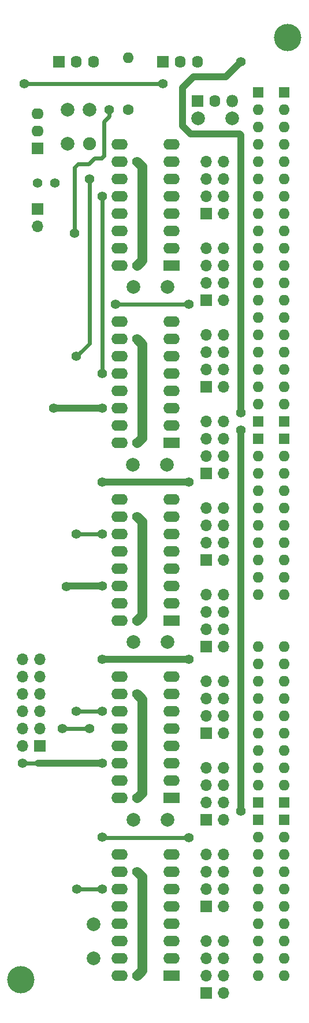
<source format=gtl>
G04 #@! TF.FileFunction,Copper,L1,Top,Signal*
%FSLAX46Y46*%
G04 Gerber Fmt 4.6, Leading zero omitted, Abs format (unit mm)*
G04 Created by KiCad (PCBNEW 4.0.7-e2-6376~58~ubuntu14.04.1) date Thu Mar 22 17:03:27 2018*
%MOMM*%
%LPD*%
G01*
G04 APERTURE LIST*
%ADD10C,0.100000*%
%ADD11R,1.600000X1.600000*%
%ADD12O,1.600000X1.600000*%
%ADD13R,2.400000X1.600000*%
%ADD14O,2.400000X1.600000*%
%ADD15C,2.000000*%
%ADD16R,1.700000X1.700000*%
%ADD17O,1.700000X1.700000*%
%ADD18C,1.400000*%
%ADD19R,1.800000X1.800000*%
%ADD20O,1.800000X1.600000*%
%ADD21O,1.600000X1.800000*%
%ADD22C,1.900000*%
%ADD23C,1.600000*%
%ADD24O,1.800000X1.800000*%
%ADD25C,4.000000*%
%ADD26C,1.400000*%
%ADD27C,0.600000*%
%ADD28C,1.000000*%
G04 APERTURE END LIST*
D10*
D11*
X39878000Y-63881000D03*
D12*
X39878000Y-66421000D03*
X39878000Y-68961000D03*
X39878000Y-71501000D03*
X39878000Y-74041000D03*
X39878000Y-76581000D03*
X39878000Y-79121000D03*
X39878000Y-81661000D03*
X39878000Y-84201000D03*
X39878000Y-86741000D03*
D13*
X27178000Y-142621000D03*
D14*
X19558000Y-124841000D03*
X27178000Y-140081000D03*
X19558000Y-127381000D03*
X27178000Y-137541000D03*
X19558000Y-129921000D03*
X27178000Y-135001000D03*
X19558000Y-132461000D03*
X27178000Y-132461000D03*
X19558000Y-135001000D03*
X27178000Y-129921000D03*
X19558000Y-137541000D03*
X27178000Y-127381000D03*
X19558000Y-140081000D03*
X27178000Y-124841000D03*
X19558000Y-142621000D03*
D13*
X27178000Y-38481000D03*
D14*
X19558000Y-20701000D03*
X27178000Y-35941000D03*
X19558000Y-23241000D03*
X27178000Y-33401000D03*
X19558000Y-25781000D03*
X27178000Y-30861000D03*
X19558000Y-28321000D03*
X27178000Y-28321000D03*
X19558000Y-30861000D03*
X27178000Y-25781000D03*
X19558000Y-33401000D03*
X27178000Y-23241000D03*
X19558000Y-35941000D03*
X27178000Y-20701000D03*
X19558000Y-38481000D03*
D13*
X27178000Y-116586000D03*
D14*
X19558000Y-98806000D03*
X27178000Y-114046000D03*
X19558000Y-101346000D03*
X27178000Y-111506000D03*
X19558000Y-103886000D03*
X27178000Y-108966000D03*
X19558000Y-106426000D03*
X27178000Y-106426000D03*
X19558000Y-108966000D03*
X27178000Y-103886000D03*
X19558000Y-111506000D03*
X27178000Y-101346000D03*
X19558000Y-114046000D03*
X27178000Y-98806000D03*
X19558000Y-116586000D03*
D15*
X21463000Y-67691000D03*
X26463000Y-67691000D03*
X21543000Y-41656000D03*
X26543000Y-41656000D03*
D11*
X43688000Y-117221000D03*
D12*
X43688000Y-114681000D03*
X43688000Y-112141000D03*
X43688000Y-109601000D03*
X43688000Y-107061000D03*
X43688000Y-104521000D03*
X43688000Y-101981000D03*
X43688000Y-99441000D03*
X43688000Y-96901000D03*
X43688000Y-94361000D03*
D16*
X7493000Y-30226000D03*
D17*
X7493000Y-32766000D03*
D13*
X27178000Y-90551000D03*
D14*
X19558000Y-72771000D03*
X27178000Y-88011000D03*
X19558000Y-75311000D03*
X27178000Y-85471000D03*
X19558000Y-77851000D03*
X27178000Y-82931000D03*
X19558000Y-80391000D03*
X27178000Y-80391000D03*
X19558000Y-82931000D03*
X27178000Y-77851000D03*
X19558000Y-85471000D03*
X27178000Y-75311000D03*
X19558000Y-88011000D03*
X27178000Y-72771000D03*
X19558000Y-90551000D03*
D11*
X39878000Y-61341000D03*
D12*
X39878000Y-58801000D03*
X39878000Y-56261000D03*
X39878000Y-53721000D03*
X39878000Y-51181000D03*
X39878000Y-48641000D03*
X39878000Y-46101000D03*
X39878000Y-43561000D03*
X39878000Y-41021000D03*
X39878000Y-38481000D03*
D11*
X39878000Y-117221000D03*
D12*
X39878000Y-114681000D03*
X39878000Y-112141000D03*
X39878000Y-109601000D03*
X39878000Y-107061000D03*
X39878000Y-104521000D03*
X39878000Y-101981000D03*
X39878000Y-99441000D03*
X39878000Y-96901000D03*
X39878000Y-94361000D03*
D16*
X7874000Y-108966000D03*
D17*
X5334000Y-108966000D03*
X7874000Y-106426000D03*
X5334000Y-106426000D03*
X7874000Y-103886000D03*
X5334000Y-103886000D03*
X7874000Y-101346000D03*
X5334000Y-101346000D03*
X7874000Y-98806000D03*
X5334000Y-98806000D03*
X7874000Y-96266000D03*
X5334000Y-96266000D03*
D18*
X7533000Y-26416000D03*
X10033000Y-26416000D03*
D19*
X7493000Y-21336000D03*
D20*
X7493000Y-18796000D03*
X7493000Y-16256000D03*
D11*
X39878000Y-119761000D03*
D12*
X39878000Y-122301000D03*
X39878000Y-124841000D03*
X39878000Y-127381000D03*
X39878000Y-129921000D03*
X39878000Y-132461000D03*
X39878000Y-135001000D03*
X39878000Y-137541000D03*
X39878000Y-140081000D03*
X39878000Y-142621000D03*
D11*
X39878000Y-13081000D03*
D12*
X39878000Y-15621000D03*
X39878000Y-18161000D03*
X39878000Y-20701000D03*
X39878000Y-23241000D03*
X39878000Y-25781000D03*
X39878000Y-28321000D03*
X39878000Y-30861000D03*
X39878000Y-33401000D03*
X39878000Y-35941000D03*
D11*
X43688000Y-119761000D03*
D12*
X43688000Y-122301000D03*
X43688000Y-124841000D03*
X43688000Y-127381000D03*
X43688000Y-129921000D03*
X43688000Y-132461000D03*
X43688000Y-135001000D03*
X43688000Y-137541000D03*
X43688000Y-140081000D03*
X43688000Y-142621000D03*
D11*
X43688000Y-63881000D03*
D12*
X43688000Y-66421000D03*
X43688000Y-68961000D03*
X43688000Y-71501000D03*
X43688000Y-74041000D03*
X43688000Y-76581000D03*
X43688000Y-79121000D03*
X43688000Y-81661000D03*
X43688000Y-84201000D03*
X43688000Y-86741000D03*
D11*
X43688000Y-61341000D03*
D12*
X43688000Y-58801000D03*
X43688000Y-56261000D03*
X43688000Y-53721000D03*
X43688000Y-51181000D03*
X43688000Y-48641000D03*
X43688000Y-46101000D03*
X43688000Y-43561000D03*
X43688000Y-41021000D03*
X43688000Y-38481000D03*
D11*
X43688000Y-13081000D03*
D12*
X43688000Y-15621000D03*
X43688000Y-18161000D03*
X43688000Y-20701000D03*
X43688000Y-23241000D03*
X43688000Y-25781000D03*
X43688000Y-28321000D03*
X43688000Y-30861000D03*
X43688000Y-33401000D03*
X43688000Y-35941000D03*
D13*
X27178000Y-64516000D03*
D14*
X19558000Y-46736000D03*
X27178000Y-61976000D03*
X19558000Y-49276000D03*
X27178000Y-59436000D03*
X19558000Y-51816000D03*
X27178000Y-56896000D03*
X19558000Y-54356000D03*
X27178000Y-54356000D03*
X19558000Y-56896000D03*
X27178000Y-51816000D03*
X19558000Y-59436000D03*
X27178000Y-49276000D03*
X19558000Y-61976000D03*
X27178000Y-46736000D03*
X19558000Y-64516000D03*
D19*
X25908000Y-8636000D03*
D21*
X28448000Y-8636000D03*
X30988000Y-8636000D03*
D19*
X10668000Y-8636000D03*
D21*
X13208000Y-8636000D03*
X15748000Y-8636000D03*
D15*
X21543000Y-93726000D03*
X26543000Y-93726000D03*
X21543000Y-119761000D03*
X26543000Y-119761000D03*
X15748000Y-140081000D03*
X15748000Y-135081000D03*
X11938000Y-15621000D03*
X11938000Y-20621000D03*
X36068000Y-16891000D03*
X31068000Y-16891000D03*
D22*
X15113000Y-20621000D03*
D15*
X15113000Y-15621000D03*
D23*
X20828000Y-15621000D03*
D12*
X20828000Y-8001000D03*
D19*
X30988000Y-14351000D03*
D21*
X33528000Y-14351000D03*
D24*
X36068000Y-14351000D03*
D16*
X32258000Y-145161000D03*
D17*
X34798000Y-145161000D03*
X32258000Y-142621000D03*
X34798000Y-142621000D03*
X32258000Y-140081000D03*
X34798000Y-140081000D03*
X32258000Y-137541000D03*
X34798000Y-137541000D03*
D16*
X32258000Y-132461000D03*
D17*
X34798000Y-132461000D03*
X32258000Y-129921000D03*
X34798000Y-129921000D03*
X32258000Y-127381000D03*
X34798000Y-127381000D03*
X32258000Y-124841000D03*
X34798000Y-124841000D03*
D16*
X32258000Y-119761000D03*
D17*
X34798000Y-119761000D03*
X32258000Y-117221000D03*
X34798000Y-117221000D03*
X32258000Y-114681000D03*
X34798000Y-114681000D03*
X32258000Y-112141000D03*
X34798000Y-112141000D03*
D16*
X32258000Y-107061000D03*
D17*
X34798000Y-107061000D03*
X32258000Y-104521000D03*
X34798000Y-104521000D03*
X32258000Y-101981000D03*
X34798000Y-101981000D03*
X32258000Y-99441000D03*
X34798000Y-99441000D03*
D16*
X32258000Y-94361000D03*
D17*
X34798000Y-94361000D03*
X32258000Y-91821000D03*
X34798000Y-91821000D03*
X32258000Y-89281000D03*
X34798000Y-89281000D03*
X32258000Y-86741000D03*
X34798000Y-86741000D03*
D16*
X32258000Y-81661000D03*
D17*
X34798000Y-81661000D03*
X32258000Y-79121000D03*
X34798000Y-79121000D03*
X32258000Y-76581000D03*
X34798000Y-76581000D03*
X32258000Y-74041000D03*
X34798000Y-74041000D03*
D16*
X32258000Y-68961000D03*
D17*
X34798000Y-68961000D03*
X32258000Y-66421000D03*
X34798000Y-66421000D03*
X32258000Y-63881000D03*
X34798000Y-63881000D03*
X32258000Y-61341000D03*
X34798000Y-61341000D03*
D16*
X32258000Y-56261000D03*
D17*
X34798000Y-56261000D03*
X32258000Y-53721000D03*
X34798000Y-53721000D03*
X32258000Y-51181000D03*
X34798000Y-51181000D03*
X32258000Y-48641000D03*
X34798000Y-48641000D03*
D16*
X32258000Y-43561000D03*
D17*
X34798000Y-43561000D03*
X32258000Y-41021000D03*
X34798000Y-41021000D03*
X32258000Y-38481000D03*
X34798000Y-38481000D03*
X32258000Y-35941000D03*
X34798000Y-35941000D03*
D16*
X32258000Y-30861000D03*
D17*
X34798000Y-30861000D03*
X32258000Y-28321000D03*
X34798000Y-28321000D03*
X32258000Y-25781000D03*
X34798000Y-25781000D03*
X32258000Y-23241000D03*
X34798000Y-23241000D03*
D25*
X44196000Y-5080000D03*
X5080000Y-143256000D03*
D18*
X22098000Y-23241000D03*
X22098000Y-38481000D03*
X22098000Y-49276000D03*
X22098000Y-64516000D03*
X22098000Y-75311000D03*
X22098000Y-90551000D03*
X22098000Y-101346000D03*
X22098000Y-116586000D03*
X22098000Y-127381000D03*
X22098000Y-142621000D03*
X5334000Y-111506000D03*
X17018000Y-111506000D03*
X11706010Y-85598000D03*
X17018000Y-85471000D03*
X9906000Y-59436000D03*
X17018000Y-59436000D03*
X25908000Y-11811000D03*
X5587998Y-11811000D03*
X11176000Y-106426000D03*
X15113000Y-106426000D03*
X17018000Y-54356000D03*
X17018000Y-28321000D03*
X13230010Y-129921000D03*
X13208000Y-103886000D03*
X17018000Y-103886000D03*
X13208000Y-77851000D03*
X17018000Y-77851000D03*
X17018000Y-129921000D03*
X13208000Y-51816000D03*
X15113000Y-25781000D03*
X37338000Y-8636000D03*
X37338000Y-62611000D03*
X37338000Y-60071000D03*
X37338000Y-118491000D03*
X12954000Y-33782000D03*
X18034000Y-15621000D03*
X17018000Y-122301000D03*
X29717998Y-122428000D03*
X17018000Y-96265998D03*
X29718000Y-96266000D03*
X17018000Y-70231000D03*
X29718000Y-70231000D03*
X18923000Y-44196000D03*
X29717998Y-44196000D03*
D26*
X22098000Y-38481000D02*
X22797999Y-37781001D01*
X22797999Y-37781001D02*
X22797999Y-23940999D01*
X22797999Y-23940999D02*
X22098000Y-23241000D01*
X22098000Y-64516000D02*
X22797999Y-63816001D01*
X22797999Y-49975999D02*
X22098000Y-49276000D01*
X22797999Y-63816001D02*
X22797999Y-49975999D01*
X22098000Y-90551000D02*
X22797999Y-89851001D01*
X22797999Y-89851001D02*
X22797999Y-76010999D01*
X22797999Y-76010999D02*
X22098000Y-75311000D01*
X22098000Y-116586000D02*
X22797999Y-115886001D01*
X22797999Y-115886001D02*
X22797999Y-102045999D01*
X22797999Y-102045999D02*
X22098000Y-101346000D01*
X22797999Y-128080999D02*
X22098000Y-127381000D01*
X22797999Y-141921001D02*
X22797999Y-128080999D01*
X22098000Y-142621000D02*
X22797999Y-141921001D01*
D27*
X7597990Y-111506000D02*
X5334000Y-111506000D01*
D28*
X17018000Y-111506000D02*
X7597990Y-111506000D01*
X11833010Y-85471000D02*
X11706010Y-85598000D01*
X17018000Y-85471000D02*
X11833010Y-85471000D01*
X17018000Y-59436000D02*
X9906000Y-59436000D01*
D27*
X24918051Y-11811000D02*
X25908000Y-11811000D01*
X6857998Y-11811000D02*
X24918051Y-11811000D01*
X5587998Y-11811000D02*
X25908000Y-11811000D01*
X15113000Y-106426000D02*
X11176000Y-106426000D01*
X17018000Y-28321000D02*
X17018000Y-54356000D01*
X17018000Y-129921000D02*
X13230010Y-129921000D01*
X17018000Y-103886000D02*
X13208000Y-103886000D01*
X17018000Y-77851000D02*
X13208000Y-77851000D01*
X13907999Y-51116001D02*
X13208000Y-51816000D01*
X15113000Y-49911000D02*
X13907999Y-51116001D01*
X15113000Y-25781000D02*
X15113000Y-49911000D01*
D28*
X37338000Y-60071000D02*
X37338000Y-19357000D01*
X37338000Y-19357000D02*
X37172001Y-19191001D01*
X37172001Y-19191001D02*
X29963999Y-19191001D01*
X29963999Y-19191001D02*
X28767999Y-17995001D01*
X28767999Y-17995001D02*
X28767999Y-12430999D01*
X28767999Y-12430999D02*
X30362997Y-10836001D01*
X30362997Y-10836001D02*
X35137999Y-10836001D01*
X35137999Y-10836001D02*
X37338000Y-8636000D01*
X37338000Y-118491000D02*
X37338000Y-62611000D01*
D27*
X13462000Y-23622000D02*
X12954000Y-24130000D01*
X12954000Y-24130000D02*
X12954000Y-33782000D01*
X14986000Y-23622000D02*
X13462000Y-23622000D01*
X15846039Y-22761961D02*
X14986000Y-23622000D01*
X16862039Y-22761961D02*
X15846039Y-22761961D01*
X17170009Y-22453991D02*
X16862039Y-22761961D01*
X17257990Y-22453991D02*
X17170009Y-22453991D01*
X17257990Y-17386959D02*
X17257990Y-22453991D01*
X18034000Y-15621000D02*
X18034000Y-16610949D01*
X18034000Y-16610949D02*
X17257990Y-17386959D01*
X17145000Y-122428000D02*
X17018000Y-122301000D01*
X29717998Y-122428000D02*
X17145000Y-122428000D01*
D28*
X17018002Y-96266000D02*
X17018000Y-96265998D01*
X29718000Y-96266000D02*
X17018002Y-96266000D01*
X29718000Y-70231000D02*
X17018000Y-70231000D01*
D27*
X29717998Y-44196000D02*
X28728049Y-44196000D01*
X28728049Y-44196000D02*
X18923000Y-44196000D01*
M02*

</source>
